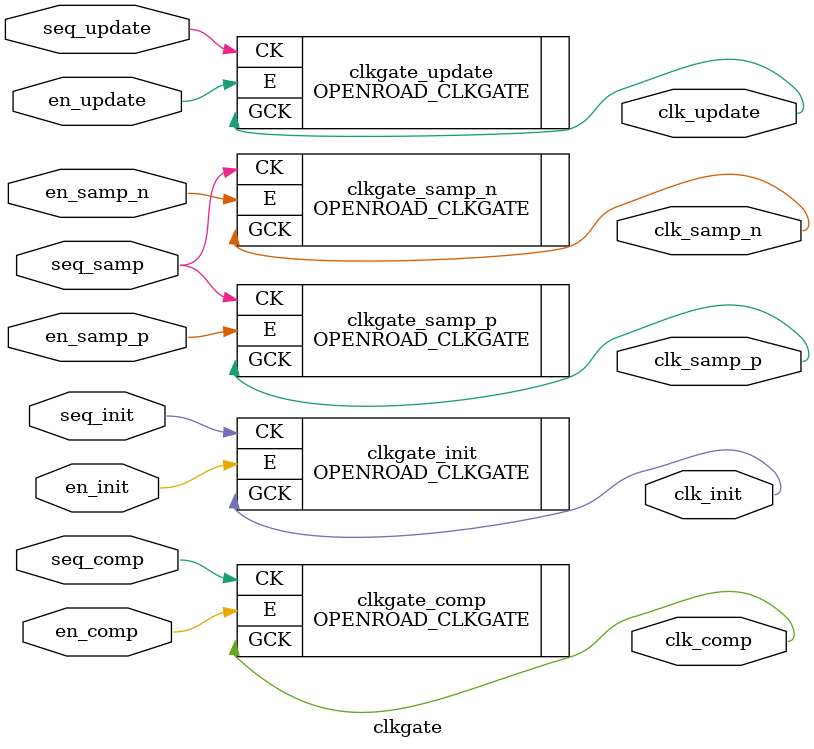
<source format=v>

module clkgate (
    // Sequencing signals
    input  wire seq_init,       // DAC initialization sequence timing
    input  wire seq_samp,       // Sampling sequence timing
    input  wire seq_comp,       // Comparator sequence timing
    input  wire seq_update,     // DAC update logic sequence timing

    // Enable control signals
    input  wire en_init,        // Enable initialization
    input  wire en_samp_p,      // Enable sampling positive side
    input  wire en_samp_n,      // Enable sampling negative side
    input  wire en_comp,        // Enable comparator
    input  wire en_update,      // Enable update logic

    // Output gated clocks
    output wire clk_init,       // Gated initialization clock
    output wire clk_samp_p,     // Gated sampling clock positive
    output wire clk_samp_n,     // Gated sampling clock negative
    output wire clk_comp,       // Gated comparator clock
    output wire clk_update      // Gated update clock
);

    // Generate gated clocks using proper clock gates
    OPENROAD_CLKGATE clkgate_init (.CK(seq_init), .E(en_init), .GCK(clk_init));
    OPENROAD_CLKGATE clkgate_samp_p (.CK(seq_samp), .E(en_samp_p), .GCK(clk_samp_p));
    OPENROAD_CLKGATE clkgate_samp_n (.CK(seq_samp), .E(en_samp_n), .GCK(clk_samp_n));
    OPENROAD_CLKGATE clkgate_comp (.CK(seq_comp), .E(en_comp), .GCK(clk_comp));
    OPENROAD_CLKGATE clkgate_update (.CK(seq_update), .E(en_update), .GCK(clk_update));

endmodule

</source>
